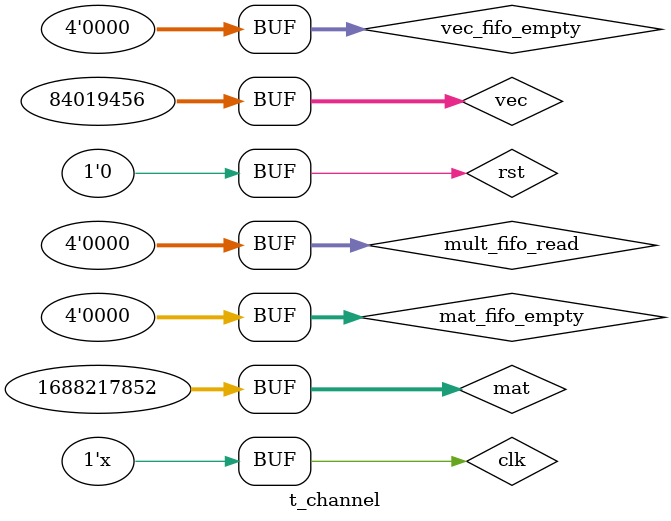
<source format=v>
`timescale 1ns / 1ps


module t_channel;

	// Inputs
	reg clk;
	reg rst;
	reg [31:0] vec;
	reg [3:0] vec_fifo_empty;
	reg [31:0] mat;
	reg [3:0] mat_fifo_empty;
	reg [3:0] mult_fifo_read;

	// Outputs
	wire [3:0] vec_fifo_read;
	wire [3:0] mat_fifo_read;
	wire [63:0] mult;
	wire [3:0] mult_fifo_empty;

	// Instantiate the Unit Under Test (UUT)
	channel uut (
		.clk(clk), 
		.rst(rst), 
		.vec(vec), 
		.vec_fifo_empty(vec_fifo_empty), 
		.vec_fifo_read(vec_fifo_read), 
		.mat(mat), 
		.mat_fifo_empty(mat_fifo_empty), 
		.mat_fifo_read(mat_fifo_read), 
		.mult(mult), 
		.mult_fifo_empty(mult_fifo_empty), 
		.mult_fifo_read(mult_fifo_read)
	);

    always 
        #1 clk = ~clk;

	initial begin
		// Initialize Inputs
		clk = 0;
		rst = 0;
		vec = 0;
		vec_fifo_empty = 0;
		mat = 0;
		mat_fifo_empty = 0;
		mult_fifo_read = 0;

        #20 rst = 1;
        #20 rst = 0;

        #20 mat = {8'd15, -8'd56, 8'd4, 8'd14};
            vec = {8'd5, 8'd2, 8'd9, 8'd0};
            mult_fifo_read = 15;
        
        #20 mat = {8'd100, -8'd96, 8'd40, -8'd4};
        #50 mult_fifo_read = 0;

		// Wait 100 ns for global reset to finish
		#100;
        
		// Add stimulus here

	end
      
endmodule


</source>
